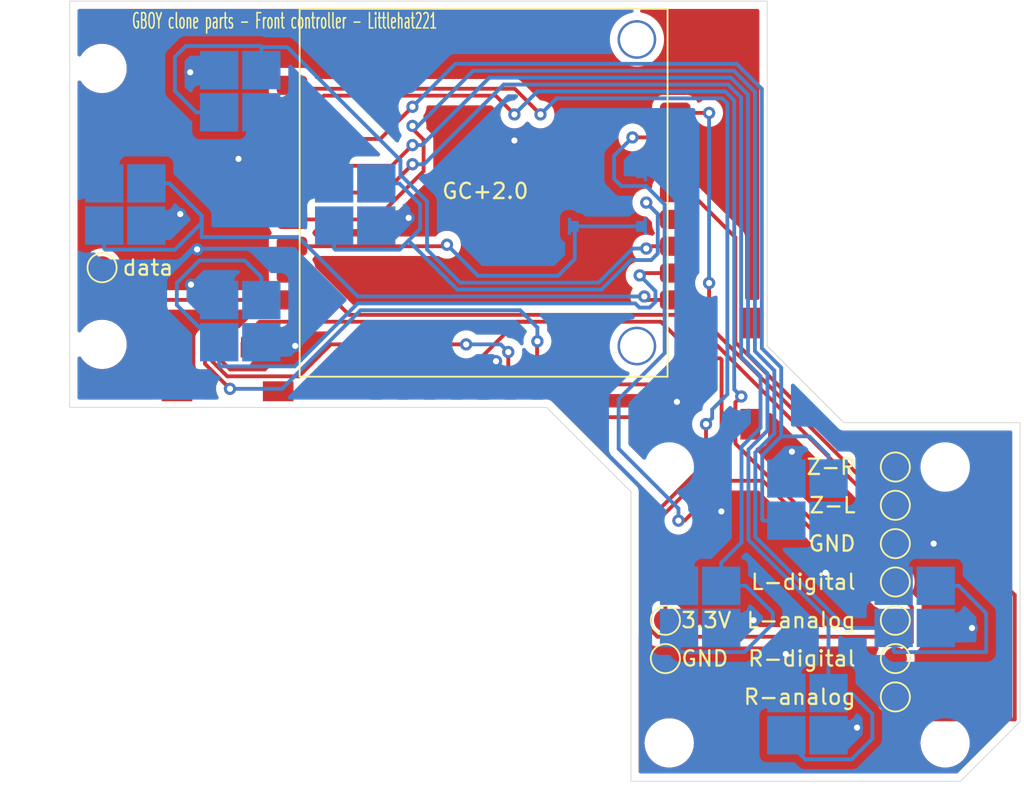
<source format=kicad_pcb>
(kicad_pcb (version 20211014) (generator pcbnew)
  (layers (0 "F.Cu" signal) (31 "B.Cu" signal) (34 "B.Paste" user) (35 "F.Paste" user) (36 "B.SilkS" user "B.Silkscreen") (37 "F.SilkS" user "F.Silkscreen") (38 "B.Mask" user) (39 "F.Mask" user) (44 "Edge.Cuts" user))
  (net 0 "")
  (net 1 "3.3v")
  (net 2 "Net-(J1-Pad4)")
  (net 3 "GND")
  (net 4 "Net-(J1-Pad1)")
  (net 5 "Net-(J2-Pad4)")
  (net 6 "Net-(J2-Pad1)")
  (net 7 "Net-(TP1-Pad1)")
  (net 8 "Net-(TP2-Pad1)")
  (net 9 "Net-(TP3-Pad1)")
  (net 10 "Net-(TP4-Pad1)")
  (net 11 "Net-(TP5-Pad1)")
  (net 12 "Net-(TP6-Pad1)")
  (net 13 "Net-(TP7-Pad1)")
  (net 14 "S")
  (net 15 "L")
  (net 16 "R")
  (net 17 "D")
  (net 18 "U")
  (net 19 "Y")
  (net 20 "X")
  (net 21 "B")
  (net 22 "A")
  (net 23 "Net-(U1-Pad6)")
  (net 24 "Net-(U1-Pad23)")
  (net 25 "Net-(U1-Pad22)")
  (net 26 "Net-(U1-Pad21)")
  (net 27 "Net-(J2-Pad3)")
  (net 28 "Net-(J1-Pad3)")
  (footprint "MountingHole:MountingHole_2.2mm_M2" (layer "F.Cu") (at 52.5 129.5 90)
    (fp_text reference "H1" hide)
    (fp_text value "MountingHole")
    (pad "" np_thru_hole circle locked (at 0 0 90) (size 2.2 2.2) (drill 2.2) (layers *.Cu *.Mask))
  )
  (footprint "MountingHole:MountingHole_2.2mm_M2" (layer "F.Cu") (at 52.5 147.5)
    (fp_text reference "H3" hide)
    (fp_text value "MountingHole")
    (pad "" np_thru_hole circle locked (at 0 0) (size 2.2 2.2) (drill 2.2) (layers *.Cu *.Mask))
  )
  (footprint "MountingHole:MountingHole_2.2mm_M2" (layer "F.Cu") (at 15.5 121.5)
    (fp_text reference "H6" hide)
    (fp_text value "MountingHole")
    (pad "" np_thru_hole circle locked (at 0 0) (size 2.2 2.2) (drill 2.2) (layers *.Cu *.Mask))
  )
  (footprint "4LAYER_FOOTPRINTS:5051100592" (layer "F.Cu") (at 54.59 127.71 90)
    (fp_text reference "J1" hide)
    (fp_text value "left_stick")
    (pad "1" smd rect locked (at 3.3 0.5 90) (size 0.3 1) (layers "F.Cu" "F.Paste" "F.Mask") (net 4 "Net-(J1-Pad1)"))
    (pad "2" smd rect locked (at 3.8 0.5 90) (size 0.3 1) (layers "F.Cu" "F.Paste" "F.Mask") (net 3 "GND"))
    (pad "3" smd rect locked (at 4.3 0.5 90) (size 0.3 1) (layers "F.Cu" "F.Paste" "F.Mask") (net 28 "Net-(J1-Pad3)"))
    (pad "4" smd rect locked (at 4.8 0.5 90) (size 0.3 1) (layers "F.Cu" "F.Paste" "F.Mask") (net 2 "Net-(J1-Pad4)"))
    (pad "5" smd rect locked (at 5.3 0.5 90) (size 0.3 1) (layers "F.Cu" "F.Paste" "F.Mask") (net 1 "3.3v"))
    (pad "6" smd rect locked (at 1 2.55 90) (size 2 1.3) (drill (offset 0 0.65)) (layers "F.Cu" "F.Paste" "F.Mask"))
    (pad "7" smd rect locked (at 7.6 2.55 90) (size 2 1.3) (drill (offset 0 0.65)) (layers "F.Cu" "F.Paste" "F.Mask"))
  )
  (footprint "4LAYER_FOOTPRINTS:5051100592" (layer "F.Cu") (at 19.39 121.36)
    (fp_text reference "J2" hide)
    (fp_text value "right_stick")
    (pad "1" smd rect locked (at 3.3 0.5) (size 0.3 1) (layers "F.Cu" "F.Paste" "F.Mask") (net 6 "Net-(J2-Pad1)"))
    (pad "2" smd rect locked (at 3.8 0.5) (size 0.3 1) (layers "F.Cu" "F.Paste" "F.Mask") (net 3 "GND"))
    (pad "3" smd rect locked (at 4.3 0.5) (size 0.3 1) (layers "F.Cu" "F.Paste" "F.Mask") (net 27 "Net-(J2-Pad3)"))
    (pad "4" smd rect locked (at 4.8 0.5) (size 0.3 1) (layers "F.Cu" "F.Paste" "F.Mask") (net 5 "Net-(J2-Pad4)"))
    (pad "5" smd rect locked (at 5.3 0.5) (size 0.3 1) (layers "F.Cu" "F.Paste" "F.Mask") (net 1 "3.3v"))
    (pad "6" smd rect locked (at 1 2.55) (size 2 1.3) (drill (offset 0 0.65)) (layers "F.Cu" "F.Paste" "F.Mask"))
    (pad "7" smd rect locked (at 7.6 2.55) (size 2 1.3) (drill (offset 0 0.65)) (layers "F.Cu" "F.Paste" "F.Mask"))
  )
  (footprint "TestPoint:TestPoint_Pad_D1.5mm" (layer "F.Cu") (at 15.5 116.5)
    (fp_text reference "TP1" hide)
    (fp_text value "data" (at 1.25 0) (layer "F.SilkS") (effects (justify left)))
    (fp_circle (center 0 0) (end 0 0.95) (layer "F.SilkS") (width 0.12) (fill none))
    (pad "1" smd circle locked (at 0 0) (size 1.5 1.5) (layers "F.Cu" "F.Mask") (net 7 "Net-(TP1-Pad1)"))
  )
  (footprint "TestPoint:TestPoint_Pad_D1.5mm" (layer "F.Cu") (at 67.25 144.5)
    (fp_text reference "TP2" hide)
    (fp_text value "R-analog" (at -2.5 0) (layer "F.SilkS") (effects (justify right)))
    (fp_circle (center 0 0) (end 0 0.95) (layer "F.SilkS") (width 0.12) (fill none))
    (pad "1" smd circle locked (at 0 0) (size 1.5 1.5) (layers "F.Cu" "F.Mask") (net 8 "Net-(TP2-Pad1)"))
  )
  (footprint "TestPoint:TestPoint_Pad_D1.5mm" (layer "F.Cu") (at 67.25 142)
    (fp_text reference "TP3" hide)
    (fp_text value "R-digital" (at -2.5 0) (layer "F.SilkS") (effects (justify right)))
    (fp_circle (center 0 0) (end 0 0.95) (layer "F.SilkS") (width 0.12) (fill none))
    (pad "1" smd circle locked (at 0 0) (size 1.5 1.5) (layers "F.Cu" "F.Mask") (net 9 "Net-(TP3-Pad1)"))
  )
  (footprint "TestPoint:TestPoint_Pad_D1.5mm" (layer "F.Cu") (at 67.25 137)
    (fp_text reference "TP5" hide)
    (fp_text value "L-digital" (at -2.5 0) (layer "F.SilkS") (effects (justify right)))
    (fp_circle (center 0 0) (end 0 0.95) (layer "F.SilkS") (width 0.12) (fill none))
    (pad "1" smd circle locked (at 0 0) (size 1.5 1.5) (layers "F.Cu" "F.Mask") (net 11 "Net-(TP5-Pad1)"))
  )
  (footprint "TestPoint:TestPoint_Pad_D1.5mm" (layer "F.Cu") (at 67.25 132)
    (fp_text reference "TP6" hide)
    (fp_text value "Z-L" (at -2.5 0) (layer "F.SilkS") (effects (justify right)))
    (fp_circle (center 0 0) (end 0 0.95) (layer "F.SilkS") (width 0.12) (fill none))
    (pad "1" smd circle locked (at 0 0) (size 1.5 1.5) (layers "F.Cu" "F.Mask") (net 12 "Net-(TP6-Pad1)"))
  )
  (footprint "TestPoint:TestPoint_Pad_D1.5mm" (layer "F.Cu") (at 67.25 134.5)
    (fp_text reference "TP8" hide)
    (fp_text value "GND" (at -2.5 0) (layer "F.SilkS") (effects (justify right)))
    (fp_circle (center 0 0) (end 0 0.95) (layer "F.SilkS") (width 0.12) (fill none))
    (pad "1" smd circle locked (at 0 0) (size 1.5 1.5) (layers "F.Cu" "F.Mask") (net 3 "GND"))
  )
  (footprint "MountingHole:MountingHole_2.2mm_M2" (layer "F.Cu") (at 70.5 129.5)
    (fp_text reference "H2" hide)
    (fp_text value "MountingHole")
    (pad "" np_thru_hole circle locked (at 0 0) (size 2.2 2.2) (drill 2.2) (layers *.Cu *.Mask))
  )
  (footprint "MountingHole:MountingHole_2.2mm_M2" (layer "F.Cu") (at 70.5 147.5)
    (fp_text reference "H4" hide)
    (fp_text value "MountingHole")
    (pad "" np_thru_hole circle locked (at 0 0) (size 2.2 2.2) (drill 2.2) (layers *.Cu *.Mask))
  )
  (footprint "4LAYER_FOOTPRINTS:GC+2.0 - GOBY" (layer "F.Cu") (at 52.39 99.61 180)
    (fp_text reference "U1" hide)
    (fp_text value "GC+2.0" (at 11.89 -11.89) (layer "F.SilkS"))
    (fp_line (start 0 -24) (end 0 0) (layer "F.SilkS") (width 0.12))
    (fp_line (start 0 0) (end 24 0) (layer "F.SilkS") (width 0.12))
    (fp_line (start 24 0) (end 24 -24) (layer "F.SilkS") (width 0.12))
    (fp_line (start 24 -24) (end 0 -24) (layer "F.SilkS") (width 0.12))
    (pad "" np_thru_hole circle locked (at 2 -2 180) (size 2.52 2.52) (drill 2.2) (layers *.Cu *.Mask))
    (pad "" np_thru_hole circle locked (at 2 -22 180) (size 2.52 2.52) (drill 2.2) (layers *.Cu *.Mask))
    (pad "1" smd roundrect locked (at -0.5 -18.99 180) (size 2 1.25) (layers "F.Cu" "F.Paste" "F.Mask") (net 22 "A"))
    (pad "2" smd roundrect locked (at -0.5 -17.24 180) (size 2 1.25) (layers "F.Cu" "F.Paste" "F.Mask") (net 21 "B"))
    (pad "3" smd roundrect locked (at -0.5 -15.49 180) (size 2 1.25) (layers "F.Cu" "F.Paste" "F.Mask") (net 20 "X"))
    (pad "4" smd roundrect locked (at -0.5 -13.74 180) (size 2 1.25) (layers "F.Cu" "F.Paste" "F.Mask") (net 19 "Y"))
    (pad "5" smd roundrect locked (at -0.5 -11.99 180) (size 2 1.25) (layers "F.Cu" "F.Paste" "F.Mask") (net 13 "Net-(TP7-Pad1)"))
    (pad "6" smd roundrect locked (at -0.5 -10.24 180) (size 2 1.25) (layers "F.Cu" "F.Paste" "F.Mask") (net 23 "Net-(U1-Pad6)"))
    (pad "7" smd roundrect locked (at -0.5 -8.49 180) (size 2 1.25) (layers "F.Cu" "F.Paste" "F.Mask") (net 9 "Net-(TP3-Pad1)"))
    (pad "8" smd roundrect locked (at -0.5 -6.74 180) (size 2 1.25) (layers "F.Cu" "F.Paste" "F.Mask") (net 8 "Net-(TP2-Pad1)"))
    (pad "9" smd roundrect locked (at -0.5 -4.99 180) (size 2 1.25) (layers "F.Cu" "F.Paste" "F.Mask") (net 3 "GND"))
    (pad "9" smd roundrect locked (at 12.01 -24.5 270) (size 2 1.25) (layers "F.Cu" "F.Paste" "F.Mask") (net 3 "GND"))
    (pad "10" smd roundrect locked (at 13.76 -24.5 270) (size 2 1.25) (layers "F.Cu" "F.Paste" "F.Mask") (net 1 "3.3v"))
    (pad "12" smd roundrect locked (at 24.5 -4.99 180) (size 2 1.25) (layers "F.Cu" "F.Paste" "F.Mask") (net 10 "Net-(TP4-Pad1)"))
    (pad "13" smd roundrect locked (at 24.5 -6.74 180) (size 2 1.25) (layers "F.Cu" "F.Paste" "F.Mask") (net 11 "Net-(TP5-Pad1)"))
    (pad "14" smd roundrect locked (at 24.5 -8.49 180) (size 2 1.25) (layers "F.Cu" "F.Paste" "F.Mask") (net 18 "U"))
    (pad "15" smd roundrect locked (at 24.5 -10.24 180) (size 2 1.25) (layers "F.Cu" "F.Paste" "F.Mask") (net 17 "D"))
    (pad "16" smd roundrect locked (at 24.5 -11.99 180) (size 2 1.25) (layers "F.Cu" "F.Paste" "F.Mask") (net 16 "R"))
    (pad "17" smd roundrect locked (at 24.5 -13.74 180) (size 2 1.25) (layers "F.Cu" "F.Paste" "F.Mask") (net 15 "L"))
    (pad "18" smd roundrect locked (at 24.5 -15.49 180) (size 2 1.25) (layers "F.Cu" "F.Paste" "F.Mask") (net 14 "S"))
    (pad "19" smd roundrect locked (at 24.5 -17.24 180) (size 2 1.25) (layers "F.Cu" "F.Paste" "F.Mask") (net 12 "Net-(TP6-Pad1)"))
    (pad "20" smd roundrect locked (at 24.5 -18.99 180) (size 2 1.25) (layers "F.Cu" "F.Paste" "F.Mask") (net 7 "Net-(TP1-Pad1)"))
    (pad "21" smd roundrect locked (at 19.01 -24.5 270) (size 2 1.25) (layers "F.Cu" "F.Paste" "F.Mask") (net 26 "Net-(U1-Pad21)"))
    (pad "22" smd roundrect locked (at 17.26 -24.5 270) (size 2 1.25) (layers "F.Cu" "F.Paste" "F.Mask") (net 25 "Net-(U1-Pad22)"))
    (pad "23" smd roundrect locked (at 15.51 -24.5 270) (size 2 1.25) (layers "F.Cu" "F.Paste" "F.Mask") (net 24 "Net-(U1-Pad23)"))
    (pad "24" smd roundrect locked (at 10.26 -24.5 270) (size 2 1.25) (layers "F.Cu" "F.Paste" "F.Mask") (net 6 "Net-(J2-Pad1)"))
    (pad "25" smd roundrect locked (at 8.51 -24.5 270) (size 2 1.25) (layers "F.Cu" "F.Paste" "F.Mask") (net 5 "Net-(J2-Pad4)"))
    (pad "26" smd roundrect locked (at 6.76 -24.5 270) (size 2 1.25) (layers "F.Cu" "F.Paste" "F.Mask") (net 4 "Net-(J1-Pad1)"))
    (pad "27" smd roundrect locked (at 5.01 -24.5 270) (size 2 1.25) (layers "F.Cu" "F.Paste" "F.Mask") (net 2 "Net-(J1-Pad4)"))
  )
  (footprint "TestPoint:TestPoint_Pad_D1.5mm" (layer "F.Cu") (at 67.25 129.5)
    (fp_text reference "TP7" hide)
    (fp_text value "Z-R" (at -2.5 0 180) (layer "F.SilkS") (effects (justify right)))
    (fp_circle (center 0 0) (end 0 0.95) (layer "F.SilkS") (width 0.12) (fill none))
    (pad "1" smd circle locked (at 0 0) (size 1.5 1.5) (layers "F.Cu" "F.Mask") (net 13 "Net-(TP7-Pad1)"))
  )
  (footprint "TestPoint:TestPoint_Pad_D1.5mm" (layer "F.Cu") (at 52.25 139.5)
    (fp_text reference "TP10" hide)
    (fp_text value "3.3V" (at 0.95 0) (layer "F.SilkS") (effects (justify left)))
    (fp_circle (center 0 0) (end 0 0.95) (layer "F.SilkS") (width 0.12) (fill none))
    (pad "1" smd circle locked (at 0 0) (size 1.5 1.5) (layers "F.Cu" "F.Mask") (net 1 "3.3v"))
  )
  (footprint "TestPoint:TestPoint_Pad_D1.5mm" (layer "F.Cu") (at 67.25 139.5)
    (fp_text reference "TP4" hide)
    (fp_text value "L-analog" (at -2.5 0) (layer "F.SilkS") (effects (justify right)))
    (fp_circle (center 0 0) (end 0 0.95) (layer "F.SilkS") (width 0.12) (fill none))
    (pad "1" smd circle locked (at 0 0) (size 1.5 1.5) (layers "F.Cu" "F.Mask") (net 10 "Net-(TP4-Pad1)"))
  )
  (footprint "TestPoint:TestPoint_Pad_D1.5mm" (layer "F.Cu") (at 52.25 142)
    (fp_text reference "TP9" hide)
    (fp_text value "GND" (at 0.95 0) (layer "F.SilkS") (effects (justify left)))
    (fp_circle (center 0 0) (end 0 0.95) (layer "F.SilkS") (width 0.12) (fill none))
    (pad "1" smd circle locked (at 0 0) (size 1.5 1.5) (layers "F.Cu" "F.Mask") (net 3 "GND"))
  )
  (footprint "MountingHole:MountingHole_2.2mm_M2" (layer "F.Cu") (at 15.5 103.5)
    (fp_text reference "H5" hide)
    (fp_text value "MountingHole")
    (pad "" np_thru_hole circle locked (at 0 0) (size 2.2 2.2) (drill 2.2) (layers *.Cu *.Mask))
  )
  (footprint "4LAYER_FOOTPRINTS:copper contact button" (layer "B.Cu") (at 65.89 136)
    (fp_text reference "U2" hide)
    (fp_text value "copper_pad_button")
    (pad "1" smd rect locked (at 1.25 4) (size 2.5 2.5) (layers "B.Cu" "B.Mask") (net 15 "L"))
    (pad "2" smd rect locked (at 4 4) (size 2.5 2.5) (layers "B.Cu" "B.Mask") (net 3 "GND"))
    (pad "3" smd rect locked (at 1.25 1.25) (size 2.5 2.5) (layers "B.Cu" "B.Mask") (net 3 "GND"))
    (pad "4" smd rect locked (at 4 1.25) (size 2.5 2.5) (layers "B.Cu" "B.Mask") (net 15 "L"))
  )
  (footprint "4LAYER_FOOTPRINTS:copper contact button" (layer "B.Cu") (at 58.89 129)
    (fp_text reference "U3" hide)
    (fp_text value "copper_pad_button")
    (pad "1" smd rect locked (at 1.25 4) (size 2.5 2.5) (layers "B.Cu" "B.Mask") (net 18 "U"))
    (pad "2" smd rect locked (at 4 4) (size 2.5 2.5) (layers "B.Cu" "B.Mask") (net 3 "GND"))
    (pad "3" smd rect locked (at 1.25 1.25) (size 2.5 2.5) (layers "B.Cu" "B.Mask") (net 3 "GND"))
    (pad "4" smd rect locked (at 4 1.25) (size 2.5 2.5) (layers "B.Cu" "B.Mask") (net 18 "U"))
  )
  (footprint "4LAYER_FOOTPRINTS:copper contact button" (layer "B.Cu") (at 58.89 143)
    (fp_text reference "U4" hide)
    (fp_text value "copper_pad_button")
    (pad "1" smd rect locked (at 1.25 4) (size 2.5 2.5) (layers "B.Cu" "B.Mask") (net 17 "D"))
    (pad "2" smd rect locked (at 4 4) (size 2.5 2.5) (layers "B.Cu" "B.Mask") (net 3 "GND"))
    (pad "3" smd rect locked (at 1.25 1.25) (size 2.5 2.5) (layers "B.Cu" "B.Mask") (net 3 "GND"))
    (pad "4" smd rect locked (at 4 1.25) (size 2.5 2.5) (layers "B.Cu" "B.Mask") (net 17 "D"))
  )
  (footprint "4LAYER_FOOTPRINTS:copper contact button" (layer "B.Cu") (at 51.89 136)
    (fp_text reference "U5" hide)
    (fp_text value "copper_pad_button")
    (pad "1" smd rect locked (at 1.25 4) (size 2.5 2.5) (layers "B.Cu" "B.Mask") (net 16 "R"))
    (pad "2" smd rect locked (at 4 4) (size 2.5 2.5) (layers "B.Cu" "B.Mask") (net 3 "GND"))
    (pad "3" smd rect locked (at 1.25 1.25) (size 2.5 2.5) (layers "B.Cu" "B.Mask") (net 3 "GND"))
    (pad "4" smd rect locked (at 4 1.25) (size 2.5 2.5) (layers "B.Cu" "B.Mask") (net 16 "R"))
  )
  (footprint "4LAYER_FOOTPRINTS:copper contact button" (layer "B.Cu") (at 29.39 109.749)
    (fp_text reference "U6" hide)
    (fp_text value "copper_pad_button")
    (pad "1" smd rect locked (at 1.25 4) (size 2.5 2.5) (layers "B.Cu" "B.Mask") (net 19 "Y"))
    (pad "2" smd rect locked (at 4 4) (size 2.5 2.5) (layers "B.Cu" "B.Mask") (net 3 "GND"))
    (pad "3" smd rect locked (at 1.25 1.25) (size 2.5 2.5) (layers "B.Cu" "B.Mask") (net 3 "GND"))
    (pad "4" smd rect locked (at 4 1.25) (size 2.5 2.5) (layers "B.Cu" "B.Mask") (net 19 "Y"))
  )
  (footprint "4LAYER_FOOTPRINTS:copper contact button" (layer "B.Cu") (at 21.89 102.36)
    (fp_text reference "U7" hide)
    (fp_text value "copper_pad_button")
    (pad "1" smd rect locked (at 1.25 4) (size 2.5 2.5) (layers "B.Cu" "B.Mask") (net 20 "X"))
    (pad "2" smd rect locked (at 4 4) (size 2.5 2.5) (layers "B.Cu" "B.Mask") (net 3 "GND"))
    (pad "3" smd rect locked (at 1.25 1.25) (size 2.5 2.5) (layers "B.Cu" "B.Mask") (net 3 "GND"))
    (pad "4" smd rect locked (at 4 1.25) (size 2.5 2.5) (layers "B.Cu" "B.Mask") (net 20 "X"))
  )
  (footprint "4LAYER_FOOTPRINTS:TL3315NF" (layer "B.Cu") (at 45.89 109.75)
    (fp_text reference "U10" hide)
    (fp_text value "TL3315NF")
    (pad "1" smd custom locked (at 0.45 4.05) (size 0.5 0.7) (layers "B.Cu" "B.Paste" "B.Mask") (net 14 "S") (options (clearance outline) (anchor rect)) (primitives (gr_poly (pts (xy -0.25 -0.55) (xy -0.45 -0.55) (xy -0.45 0.55) (xy -0.35 0.55) (xy -0.25 0.55)) (width 0.001) (fill yes))))
    (pad "2" smd custom locked (at 4.7 4.05 180) (size 0.5 0.7) (layers "B.Cu" "B.Paste" "B.Mask") (net 14 "S") (options (clearance outline) (anchor rect)) (primitives (gr_poly (pts (xy -0.25 -0.55) (xy -0.45 -0.55) (xy -0.45 0.55) (xy -0.35 0.55) (xy -0.25 0.55)) (width 0.001) (fill yes))))
    (pad "3" smd custom locked (at 0.45 0.55) (size 0.5 0.7) (layers "B.Cu" "B.Paste" "B.Mask") (net 3 "GND") (options (clearance outline) (anchor rect)) (primitives (gr_poly (pts (xy -0.25 -0.55) (xy -0.45 -0.55) (xy -0.45 0.55) (xy -0.35 0.55) (xy -0.25 0.55)) (width 0.001) (fill yes))))
    (pad "4" smd custom locked (at 4.7 0.55 180) (size 0.5 0.7) (layers "B.Cu" "B.Paste" "B.Mask") (net 3 "GND") (options (clearance outline) (anchor rect)) (primitives (gr_poly (pts (xy -0.25 -0.55) (xy -0.45 -0.55) (xy -0.45 0.55) (xy -0.35 0.55) (xy -0.25 0.55)) (width 0.001) (fill yes))))
  )
  (footprint "4LAYER_FOOTPRINTS:copper contact button" (layer "B.Cu") (at 14.39 109.749)
    (fp_text reference "U9" hide)
    (fp_text value "copper_pad_button")
    (pad "1" smd rect locked (at 1.25 4) (size 2.5 2.5) (layers "B.Cu" "B.Mask") (net 22 "A"))
    (pad "2" smd rect locked (at 4 4) (size 2.5 2.5) (layers "B.Cu" "B.Mask") (net 3 "GND"))
    (pad "3" smd rect locked (at 1.25 1.25) (size 2.5 2.5) (layers "B.Cu" "B.Mask") (net 3 "GND"))
    (pad "4" smd rect locked (at 4 1.25) (size 2.5 2.5) (layers "B.Cu" "B.Mask") (net 22 "A"))
  )
  (footprint "4LAYER_FOOTPRINTS:copper contact button" (layer "B.Cu") (at 21.89 117.36)
    (fp_text reference "U8" hide)
    (fp_text value "copper_pad_button")
    (pad "1" smd rect locked (at 1.25 4) (size 2.5 2.5) (layers "B.Cu" "B.Mask") (net 21 "B"))
    (pad "2" smd rect locked (at 4 4) (size 2.5 2.5) (layers "B.Cu" "B.Mask") (net 3 "GND"))
    (pad "3" smd rect locked (at 1.25 1.25) (size 2.5 2.5) (layers "B.Cu" "B.Mask") (net 3 "GND"))
    (pad "4" smd rect locked (at 4 1.25) (size 2.5 2.5) (layers "B.Cu" "B.Mask") (net 21 "B"))
  )
  (gr_line (start 50 131.11) (end 50 150) (layer "Edge.Cuts") (width 0.05))
  (gr_line (start 50 150) (end 71.5 150) (layer "Edge.Cuts") (width 0.05))
  (gr_line (start 13.39 125.61) (end 44.5 125.61) (layer "Edge.Cuts") (width 0.05))
  (gr_line (start 58.89 121.61) (end 58.89 99.11) (layer "Edge.Cuts") (width 0.05))
  (gr_line (start 75.39 126.61) (end 63.89 126.61) (layer "Edge.Cuts") (width 0.05))
  (gr_line (start 44.5 125.61) (end 50 131.11) (layer "Edge.Cuts") (width 0.05))
  (gr_line (start 63.89 126.61) (end 58.89 121.61) (layer "Edge.Cuts") (width 0.05))
  (gr_line (start 71.5 150) (end 75.39 146.11) (layer "Edge.Cuts") (width 0.05))
  (gr_line (start 58.89 99.11) (end 13.39 99.11) (layer "Edge.Cuts") (width 0.05))
  (gr_line (start 13.39 99.11) (end 13.39 125.61) (layer "Edge.Cuts") (width 0.05))
  (gr_line (start 75.39 146.11) (end 75.39 126.61) (layer "Edge.Cuts") (width 0.05))
  (gr_text "GBOY clone parts - Front controller - Littlehat221" (at 17.4 100.4) (layer "F.SilkS") (effects (font (size 1 0.5) (thickness 0.1)) (justify left)))
  (segment (start 52.25 139.5) (end 52.25 138.43934) (width 0.25) (layer "F.Cu") (net 1))
  (segment (start 24.69 121.11) (end 25.775001 120.024999) (width 0.25) (layer "F.Cu") (net 1))
  (segment (start 51.625009 137.525009) (end 51.625009 133.120403) (width 0.25) (layer "F.Cu") (net 1))
  (segment (start 42.563425 120.024999) (end 38.63 123.958424) (width 0.25) (layer "F.Cu") (net 1))
  (segment (start 43.475001 120.024999) (end 42.563425 120.024999) (width 0.25) (layer "F.Cu") (net 1))
  (segment (start 51.71066 137.61066) (end 51.625009 137.525009) (width 0.25) (layer "F.Cu") (net 1))
  (segment (start 24.69 121.86) (end 24.69 121.11) (width 0.25) (layer "F.Cu") (net 1))
  (segment (start 54.34 122.41) (end 51.954999 120.024999) (width 0.25) (layer "F.Cu") (net 1))
  (segment (start 55.825002 122.41) (end 55.09 122.41) (width 0.25) (layer "F.Cu") (net 1))
  (segment (start 38.63 123.958424) (end 38.63 124.11) (width 0.25) (layer "F.Cu") (net 1))
  (segment (start 51.625009 133.120403) (end 55.915001 128.830411) (width 0.25) (layer "F.Cu") (net 1))
  (segment (start 55.09 122.41) (end 54.34 122.41) (width 0.25) (layer "F.Cu") (net 1))
  (segment (start 55.915001 128.830411) (end 55.915001 122.499999) (width 0.25) (layer "F.Cu") (net 1))
  (segment (start 51.954999 120.024999) (end 43.475001 120.024999) (width 0.25) (layer "F.Cu") (net 1))
  (segment (start 51.71066 137.9) (end 51.71066 137.61066) (width 0.25) (layer "F.Cu") (net 1))
  (segment (start 52.25 138.43934) (end 51.71066 137.9) (width 0.25) (layer "F.Cu") (net 1))
  (segment (start 55.915001 122.499999) (end 55.825002 122.41) (width 0.25) (layer "F.Cu") (net 1))
  (segment (start 25.775001 120.024999) (end 43.475001 120.024999) (width 0.25) (layer "F.Cu") (net 1))
  (segment (start 55.09 122.91) (end 54.354998 122.91) (width 0.25) (layer "F.Cu") (net 2))
  (segment (start 54.354998 122.91) (end 53.154998 124.11) (width 0.25) (layer "F.Cu") (net 2))
  (segment (start 53.154998 124.11) (end 47.38 124.11) (width 0.25) (layer "F.Cu") (net 2))
  (segment (start 23.851399 123.134989) (end 23.19 122.47359) (width 0.25) (layer "F.Cu") (net 3))
  (segment (start 23.19 122.47359) (end 23.19 121.86) (width 0.25) (layer "F.Cu") (net 3))
  (segment (start 67.25 134.5) (end 69.75 134.5) (width 0.25) (layer "F.Cu") (net 3))
  (segment (start 23.851399 123.134989) (end 26.115011 123.134989) (width 0.25) (layer "F.Cu") (net 3))
  (segment (start 54.34 123.91) (end 53 125.25) (width 0.25) (layer "F.Cu") (net 3))
  (segment (start 27.95 121.75) (end 28.1 121.6) (width 0.25) (layer "F.Cu") (net 3))
  (segment (start 55.09 123.91) (end 54.34 123.91) (width 0.25) (layer "F.Cu") (net 3))
  (segment (start 27.5 121.75) (end 27.95 121.75) (width 0.25) (layer "F.Cu") (net 3))
  (segment (start 27.5 121.75) (end 26.115011 123.134989) (width 0.25) (layer "F.Cu") (net 3))
  (via (at 62.7 136.4) (size 0.8) (drill 0.4) (layers "F.Cu" "B.Cu") (net 3))
  (via (at 60.1 141.7) (size 0.8) (drill 0.4) (layers "F.Cu" "B.Cu") (net 3))
  (via (at 20.6 113) (size 0.8) (drill 0.4) (layers "F.Cu" "B.Cu") (net 3))
  (via (at 72.25 140) (size 0.8) (drill 0.4) (layers "F.Cu" "B.Cu") (net 3))
  (via (at 21.7 115.3) (size 0.8) (drill 0.4) (layers "F.Cu" "B.Cu") (net 3))
  (via (at 53 125.25) (size 0.8) (drill 0.4) (layers "F.Cu" "B.Cu") (net 3))
  (via (at 41.2 122.6) (size 0.8) (drill 0.4) (layers "F.Cu" "B.Cu") (net 3))
  (via (at 42.4 108.2) (size 0.8) (drill 0.4) (layers "F.Cu" "B.Cu") (net 3))
  (via (at 24.4 109.4) (size 0.8) (drill 0.4) (layers "F.Cu" "B.Cu") (net 3))
  (via (at 60.5 128.5) (size 0.8) (drill 0.4) (layers "F.Cu" "B.Cu") (net 3))
  (via (at 35.5 113.25) (size 0.8) (drill 0.4) (layers "F.Cu" "B.Cu") (net 3))
  (via (at 28.1 121.6) (size 0.8) (drill 0.4) (layers "F.Cu" "B.Cu") (net 3))
  (via (at 21.3 117.6) (size 0.8) (drill 0.4) (layers "F.Cu" "B.Cu") (net 3))
  (via (at 64.75 146.5) (size 0.8) (drill 0.4) (layers "F.Cu" "B.Cu") (net 3))
  (via (at 55.9 132.4) (size 0.8) (drill 0.4) (layers "F.Cu" "B.Cu") (net 3))
  (via (at 69.75 134.5) (size 0.8) (drill 0.4) (layers "F.Cu" "B.Cu") (net 3))
  (via (at 58 139.5) (size 0.8) (drill 0.4) (layers "F.Cu" "B.Cu") (net 3))
  (via (at 21.25 103.75) (size 0.8) (drill 0.4) (layers "F.Cu" "B.Cu") (net 3))
  (segment (start 55.9 129.9) (end 55.9 132.4) (width 0.25) (layer "B.Cu") (net 3))
  (segment (start 53 125.25) (end 53 127) (width 0.25) (layer "B.Cu") (net 3))
  (segment (start 53 127) (end 55.9 129.9) (width 0.25) (layer "B.Cu") (net 3))
  (segment (start 45.63 125.11) (end 45.63 124.11) (width 0.25) (layer "F.Cu") (net 4))
  (segment (start 55.09 124.41) (end 55.09 124.66) (width 0.25) (layer "F.Cu") (net 4))
  (segment (start 46.77 126.25) (end 45.63 125.11) (width 0.25) (layer "F.Cu") (net 4))
  (segment (start 55.09 124.66) (end 53.5 126.25) (width 0.25) (layer "F.Cu") (net 4))
  (segment (start 53.5 126.25) (end 46.77 126.25) (width 0.25) (layer "F.Cu") (net 4))
  (segment (start 24.19 121.86) (end 24.19 121.124998) (width 0.25) (layer "F.Cu") (net 5))
  (segment (start 24.100001 121.034999) (end 22.279999 121.034999) (width 0.25) (layer "F.Cu") (net 5))
  (segment (start 43.88 124.11) (end 43.88 121.32) (width 0.25) (layer "F.Cu") (net 5))
  (segment (start 22.214999 121.099999) (end 22.214999 122.771409) (width 0.25) (layer "F.Cu") (net 5))
  (segment (start 24.19 121.124998) (end 24.100001 121.034999) (width 0.25) (layer "F.Cu") (net 5))
  (segment (start 43.88 121.32) (end 43.9 121.3) (width 0.25) (layer "F.Cu") (net 5))
  (segment (start 22.279999 121.034999) (end 22.214999 121.099999) (width 0.25) (layer "F.Cu") (net 5))
  (segment (start 22.214999 122.771409) (end 23.84359 124.4) (width 0.25) (layer "F.Cu") (net 5))
  (via (at 43.9 121.3) (size 0.8) (drill 0.4) (layers "F.Cu" "B.Cu") (net 5))
  (via (at 23.84359 124.4) (size 0.8) (drill 0.4) (layers "F.Cu" "B.Cu") (net 5))
  (segment (start 43.9 120.4) (end 43.9 121.3) (width 0.25) (layer "B.Cu") (net 5))
  (segment (start 32.36139 119.27502) (end 42.77502 119.27502) (width 0.25) (layer "B.Cu") (net 5))
  (segment (start 42.77502 119.27502) (end 43.9 120.4) (width 0.25) (layer "B.Cu") (net 5))
  (segment (start 27.23641 124.4) (end 32.36139 119.27502) (width 0.25) (layer "B.Cu") (net 5))
  (segment (start 23.84359 124.4) (end 27.23641 124.4) (width 0.25) (layer "B.Cu") (net 5))
  (segment (start 22.69 121.86) (end 22.69 122.61) (width 0.25) (layer "F.Cu") (net 6))
  (segment (start 28.334999 123.584999) (end 30.419998 121.5) (width 0.25) (layer "F.Cu") (net 6))
  (segment (start 42 123.98) (end 42.13 124.11) (width 0.25) (layer "F.Cu") (net 6))
  (segment (start 42 122) (end 42 123.98) (width 0.25) (layer "F.Cu") (net 6))
  (segment (start 23.664999 123.584999) (end 28.334999 123.584999) (width 0.25) (layer "F.Cu") (net 6))
  (segment (start 22.69 122.61) (end 23.664999 123.584999) (width 0.25) (layer "F.Cu") (net 6))
  (segment (start 30.419998 121.5) (end 39.25 121.5) (width 0.25) (layer "F.Cu") (net 6))
  (via (at 39.25 121.5) (size 0.8) (drill 0.4) (layers "F.Cu" "B.Cu") (net 6))
  (via (at 42 122) (size 0.8) (drill 0.4) (layers "F.Cu" "B.Cu") (net 6))
  (segment (start 41.5 121.5) (end 42 122) (width 0.25) (layer "B.Cu") (net 6))
  (segment (start 39.25 121.5) (end 41.5 121.5) (width 0.25) (layer "B.Cu") (net 6))
  (segment (start 27.89 118.6) (end 17.6 118.6) (width 0.25) (layer "F.Cu") (net 7))
  (segment (start 17.6 118.6) (end 15.5 116.5) (width 0.25) (layer "F.Cu") (net 7))
  (segment (start 52.94 106.4) (end 52.89 106.35) (width 0.25) (layer "F.Cu") (net 8))
  (segment (start 67.766001 130.575001) (end 65.383589 130.575001) (width 0.25) (layer "F.Cu") (net 8))
  (segment (start 75.03999 145.965022) (end 75.03999 137.84899) (width 0.25) (layer "F.Cu") (net 8))
  (segment (start 55.1 106.4) (end 52.94 106.4) (width 0.25) (layer "F.Cu") (net 8))
  (segment (start 55.1 120.291412) (end 55.1 117.5) (width 0.25) (layer "F.Cu") (net 8))
  (segment (start 75.03999 137.84899) (end 67.766001 130.575001) (width 0.25) (layer "F.Cu") (net 8))
  (segment (start 67.25 144.5) (end 68.715022 145.965022) (width 0.25) (layer "F.Cu") (net 8))
  (segment (start 65.383589 130.575001) (end 55.1 120.291412) (width 0.25) (layer "F.Cu") (net 8))
  (segment (start 68.715022 145.965022) (end 75.03999 145.965022) (width 0.25) (layer "F.Cu") (net 8))
  (via (at 55.1 106.4) (size 0.8) (drill 0.4) (layers "F.Cu" "B.Cu") (net 8))
  (via (at 55.1 117.5) (size 0.8) (drill 0.4) (layers "F.Cu" "B.Cu") (net 8))
  (segment (start 55.1 117.5) (end 55.1 106.4) (width 0.25) (layer "B.Cu") (net 8))
  (segment (start 67.25 142) (end 68.325001 140.924999) (width 0.25) (layer "F.Cu") (net 9))
  (segment (start 53.1 133) (end 53.5 133) (width 0.25) (layer "F.Cu") (net 9))
  (segment (start 68.325001 140.924999) (end 68.325001 138.634001) (width 0.25) (layer "F.Cu") (net 9))
  (segment (start 52.79 108) (end 52.89 108.1) (width 0.25) (layer "F.Cu") (net 9))
  (segment (start 67.766001 138.075001) (end 66.283589 138.075001) (width 0.25) (layer "F.Cu") (net 9))
  (segment (start 58.608588 130.4) (end 56.1 130.4) (width 0.25) (layer "F.Cu") (net 9))
  (segment (start 66.283589 138.075001) (end 58.608588 130.4) (width 0.25) (layer "F.Cu") (net 9))
  (segment (start 50.1 108) (end 52.79 108) (width 0.25) (layer "F.Cu") (net 9))
  (segment (start 53.5 133) (end 56.1 130.4) (width 0.25) (layer "F.Cu") (net 9))
  (segment (start 68.325001 138.634001) (end 67.766001 138.075001) (width 0.25) (layer "F.Cu") (net 9))
  (via (at 50.1 108) (size 0.8) (drill 0.4) (layers "F.Cu" "B.Cu") (net 9))
  (via (at 53.1 133) (size 0.8) (drill 0.4) (layers "F.Cu" "B.Cu") (net 9))
  (segment (start 49.2 128.309002) (end 49.2 125.07) (width 0.25) (layer "B.Cu") (net 9))
  (segment (start 52.20001 112.377008) (end 50.998512 111.17551) (width 0.25) (layer "B.Cu") (net 9))
  (segment (start 48.9 109.2) (end 50.1 108) (width 0.25) (layer "B.Cu") (net 9))
  (segment (start 53.1 132.209002) (end 49.2 128.309002) (width 0.25) (layer "B.Cu") (net 9))
  (segment (start 52.20001 122.06999) (end 52.20001 112.377008) (width 0.25) (layer "B.Cu") (net 9))
  (segment (start 53.1 133) (end 53.1 132.209002) (width 0.25) (layer "B.Cu") (net 9))
  (segment (start 48.9 110.7) (end 48.9 109.2) (width 0.25) (layer "B.Cu") (net 9))
  (segment (start 49.37551 111.17551) (end 48.9 110.7) (width 0.25) (layer "B.Cu") (net 9))
  (segment (start 49.2 125.07) (end 52.20001 122.06999) (width 0.25) (layer "B.Cu") (net 9))
  (segment (start 50.998512 111.17551) (end 49.37551 111.17551) (width 0.25) (layer "B.Cu") (net 9))
  (segment (start 28.114989 104.824989) (end 27.89 104.6) (width 0.25) (layer "F.Cu") (net 10))
  (segment (start 42.424989 104.824989) (end 28.114989 104.824989) (width 0.25) (layer "F.Cu") (net 10))
  (segment (start 51.733999 140.575001) (end 51.174999 140.016001) (width 0.25) (layer "F.Cu") (net 10))
  (segment (start 51.174999 140.016001) (end 51.174999 132.934003) (width 0.25) (layer "F.Cu") (net 10))
  (segment (start 54.9 127.8) (end 54.9 126.7) (width 0.25) (layer "F.Cu") (net 10))
  (segment (start 44.1 106.5) (end 42.424989 104.824989) (width 0.25) (layer "F.Cu") (net 10))
  (segment (start 54.3 128.4) (end 54.9 127.8) (width 0.25) (layer "F.Cu") (net 10))
  (segment (start 51.174999 132.934003) (end 54.3 129.809002) (width 0.25) (layer "F.Cu") (net 10))
  (segment (start 66.174999 140.575001) (end 51.733999 140.575001) (width 0.25) (layer "F.Cu") (net 10))
  (segment (start 67.25 139.5) (end 66.174999 140.575001) (width 0.25) (layer "F.Cu") (net 10))
  (segment (start 54.3 129.809002) (end 54.3 128.4) (width 0.25) (layer "F.Cu") (net 10))
  (via (at 54.9 126.7) (size 0.8) (drill 0.4) (layers "F.Cu" "B.Cu") (net 10))
  (via (at 44.1 106.5) (size 0.8) (drill 0.4) (layers "F.Cu" "B.Cu") (net 10))
  (segment (start 55.95005 105.45005) (end 56.28994 105.78994) (width 0.25) (layer "B.Cu") (net 10))
  (segment (start 55.3 125.74497) (end 55.3 126.3) (width 0.25) (layer "B.Cu") (net 10))
  (segment (start 44.1 106.5) (end 45.14995 105.45005) (width 0.25) (layer "B.Cu") (net 10))
  (segment (start 56.28994 124.75503) (end 55.3 125.74497) (width 0.25) (layer "B.Cu") (net 10))
  (segment (start 55.3 126.3) (end 54.9 126.7) (width 0.25) (layer "B.Cu") (net 10))
  (segment (start 56.28994 105.78994) (end 56.28994 124.75503) (width 0.25) (layer "B.Cu") (net 10))
  (segment (start 45.14995 105.45005) (end 55.95005 105.45005) (width 0.25) (layer "B.Cu") (net 10))
  (segment (start 65.844998 137) (end 56.814999 127.970001) (width 0.25) (layer "F.Cu") (net 11))
  (segment (start 67.25 137) (end 65.844998 137) (width 0.25) (layer "F.Cu") (net 11))
  (segment (start 28.89 106.35) (end 27.89 106.35) (width 0.25) (layer "F.Cu") (net 11))
  (segment (start 56.814999 127.970001) (end 56.814999 125.285001) (width 0.25) (layer "F.Cu") (net 11))
  (segment (start 42.4 106.5) (end 41.174999 105.274999) (width 0.25) (layer "F.Cu") (net 11))
  (segment (start 41.174999 105.274999) (end 29.965001 105.274999) (width 0.25) (layer "F.Cu") (net 11))
  (segment (start 56.814999 125.285001) (end 57.2 124.9) (width 0.25) (layer "F.Cu") (net 11))
  (segment (start 29.965001 105.274999) (end 28.89 106.35) (width 0.25) (layer "F.Cu") (net 11))
  (via (at 42.4 106.5) (size 0.8) (drill 0.4) (layers "F.Cu" "B.Cu") (net 11))
  (via (at 57.2 124.9) (size 0.8) (drill 0.4) (layers "F.Cu" "B.Cu") (net 11))
  (segment (start 56.73995 105.58559) (end 56.1544 105.00004) (width 0.25) (layer "B.Cu") (net 11))
  (segment (start 57.2 124.9) (end 56.73995 124.43995) (width 0.25) (layer "B.Cu") (net 11))
  (segment (start 43.89996 105.00004) (end 42.4 106.5) (width 0.25) (layer "B.Cu") (net 11))
  (segment (start 56.73995 124.43995) (end 56.73995 105.58559) (width 0.25) (layer "B.Cu") (net 11))
  (segment (start 56.1544 105.00004) (end 43.89996 105.00004) (width 0.25) (layer "B.Cu") (net 11))
  (segment (start 53.626402 119.57499) (end 31.61499 119.57499) (width 0.25) (layer "F.Cu") (net 12))
  (segment (start 28.89 116.85) (end 27.89 116.85) (width 0.25) (layer "F.Cu") (net 12))
  (segment (start 66.051412 132) (end 53.626402 119.57499) (width 0.25) (layer "F.Cu") (net 12))
  (segment (start 31.61499 119.57499) (end 28.89 116.85) (width 0.25) (layer "F.Cu") (net 12))
  (segment (start 67.25 132) (end 66.051412 132) (width 0.25) (layer "F.Cu") (net 12))
  (segment (start 53.89 111.6) (end 52.89 111.6) (width 0.25) (layer "F.Cu") (net 13))
  (segment (start 63.219997 127.774999) (end 56.814999 121.370001) (width 0.25) (layer "F.Cu") (net 13))
  (segment (start 56.814999 114.524999) (end 53.89 111.6) (width 0.25) (layer "F.Cu") (net 13))
  (segment (start 65.524999 127.774999) (end 63.219997 127.774999) (width 0.25) (layer "F.Cu") (net 13))
  (segment (start 67.25 129.5) (end 65.524999 127.774999) (width 0.25) (layer "F.Cu") (net 13))
  (segment (start 56.814999 121.370001) (end 56.814999 114.524999) (width 0.25) (layer "F.Cu") (net 13))
  (segment (start 27.89 115.1) (end 37.9 115.1) (width 0.25) (layer "F.Cu") (net 14))
  (segment (start 37.9 115.1) (end 38 115) (width 0.25) (layer "F.Cu") (net 14))
  (via (at 38 115) (size 0.8) (drill 0.4) (layers "F.Cu" "B.Cu") (net 14))
  (segment (start 46.34 113.8) (end 46.34 115.93497) (width 0.25) (layer "B.Cu") (net 14))
  (segment (start 46.34 113.8) (end 50.59 113.8) (width 0.25) (layer "B.Cu") (net 14))
  (segment (start 40.02497 117.02497) (end 38 115) (width 0.25) (layer "B.Cu") (net 14))
  (segment (start 45.25 117.02497) (end 40.02497 117.02497) (width 0.25) (layer "B.Cu") (net 14))
  (segment (start 46.34 115.93497) (end 45.25 117.02497) (width 0.25) (layer "B.Cu") (net 14))
  (segment (start 36.475001 108.151999) (end 36.475001 110.201997) (width 0.25) (layer "F.Cu") (net 15))
  (segment (start 35.75 107.426998) (end 36.475001 108.151999) (width 0.25) (layer "F.Cu") (net 15))
  (segment (start 35.75 107.25) (end 35.75 107.426998) (width 0.25) (layer "F.Cu") (net 15))
  (segment (start 36.475001 110.201997) (end 33.326998 113.35) (width 0.25) (layer "F.Cu") (net 15))
  (segment (start 33.326998 113.35) (end 27.89 113.35) (width 0.25) (layer "F.Cu") (net 15))
  (via (at 35.75 107.25) (size 0.8) (drill 0.4) (layers "F.Cu" "B.Cu") (net 15))
  (segment (start 67.215001 141.575001) (end 73.174999 141.575001) (width 0.25) (layer "B.Cu") (net 15))
  (segment (start 36.11359 107.25) (end 35.75 107.25) (width 0.25) (layer "B.Cu") (net 15))
  (segment (start 59.354988 123.206386) (end 58.08998 121.941378) (width 0.25) (layer "B.Cu") (net 15))
  (segment (start 56.7136 103.65001) (end 39.71358 103.65001) (width 0.25) (layer "B.Cu") (net 15))
  (segment (start 71.39 137.25) (end 69.89 137.25) (width 0.25) (layer "B.Cu") (net 15))
  (segment (start 58.114989 128.553599) (end 59.354988 127.3136) (width 0.25) (layer "B.Cu") (net 15))
  (segment (start 59.354988 127.3136) (end 59.354988 123.206386) (width 0.25) (layer "B.Cu") (net 15))
  (segment (start 58.08998 121.941378) (end 58.08998 105.02639) (width 0.25) (layer "B.Cu") (net 15))
  (segment (start 73.174999 141.575001) (end 73.174999 139.034999) (width 0.25) (layer "B.Cu") (net 15))
  (segment (start 67.14 140) (end 67.14 141.5) (width 0.25) (layer "B.Cu") (net 15))
  (segment (start 58.08998 105.02639) (end 56.7136 103.65001) (width 0.25) (layer "B.Cu") (net 15))
  (segment (start 67.14 141.5) (end 67.215001 141.575001) (width 0.25) (layer "B.Cu") (net 15))
  (segment (start 64.054998 140) (end 58.114989 134.059991) (width 0.25) (layer "B.Cu") (net 15))
  (segment (start 58.114989 134.059991) (end 58.114989 128.553599) (width 0.25) (layer "B.Cu") (net 15))
  (segment (start 73.174999 139.034999) (end 71.39 137.25) (width 0.25) (layer "B.Cu") (net 15))
  (segment (start 39.71358 103.65001) (end 36.11359 107.25) (width 0.25) (layer "B.Cu") (net 15))
  (segment (start 67.14 140) (end 64.054998 140) (width 0.25) (layer "B.Cu") (net 15))
  (segment (start 35.75 109.75) (end 33.9 111.6) (width 0.25) (layer "F.Cu") (net 16))
  (segment (start 33.9 111.6) (end 27.89 111.6) (width 0.25) (layer "F.Cu") (net 16))
  (via (at 35.75 109.75) (size 0.8) (drill 0.4) (layers "F.Cu" "B.Cu") (net 16))
  (segment (start 57.214971 128.180797) (end 58.454968 126.9408) (width 0.25) (layer "B.Cu") (net 16))
  (segment (start 57.5 137.25) (end 59.25 139) (width 0.25) (layer "B.Cu") (net 16))
  (segment (start 41.69997 104.55003) (end 36.5 109.75) (width 0.25) (layer "B.Cu") (net 16))
  (segment (start 36.5 109.75) (end 35.75 109.75) (width 0.25) (layer "B.Cu") (net 16))
  (segment (start 57.400001 141.575001) (end 53.215001 141.575001) (width 0.25) (layer "B.Cu") (net 16))
  (segment (start 53.215001 141.575001) (end 53.14 141.5) (width 0.25) (layer "B.Cu") (net 16))
  (segment (start 55.89 137.25) (end 55.89 135.75) (width 0.25) (layer "B.Cu") (net 16))
  (segment (start 59.25 139) (end 59.25 139.725002) (width 0.25) (layer "B.Cu") (net 16))
  (segment (start 56.3408 104.55003) (end 41.69997 104.55003) (width 0.25) (layer "B.Cu") (net 16))
  (segment (start 57.21497 134.42503) (end 57.214971 128.180797) (width 0.25) (layer "B.Cu") (net 16))
  (segment (start 59.25 139.725002) (end 57.400001 141.575001) (width 0.25) (layer "B.Cu") (net 16))
  (segment (start 57.18996 122.314178) (end 57.18996 105.39919) (width 0.25) (layer "B.Cu") (net 16))
  (segment (start 57.18996 105.39919) (end 56.3408 104.55003) (width 0.25) (layer "B.Cu") (net 16))
  (segment (start 58.454968 123.579186) (end 57.18996 122.314178) (width 0.25) (layer "B.Cu") (net 16))
  (segment (start 55.89 135.75) (end 57.21497 134.42503) (width 0.25) (layer "B.Cu") (net 16))
  (segment (start 55.89 137.25) (end 57.5 137.25) (width 0.25) (layer "B.Cu") (net 16))
  (segment (start 58.454968 126.9408) (end 58.454968 123.579186) (width 0.25) (layer "B.Cu") (net 16))
  (segment (start 53.14 141.5) (end 53.14 140) (width 0.25) (layer "B.Cu") (net 16))
  (segment (start 35.75 108.5) (end 34.4 109.85) (width 0.25) (layer "F.Cu") (net 17))
  (segment (start 34.4 109.85) (end 27.89 109.85) (width 0.25) (layer "F.Cu") (net 17))
  (via (at 35.75 108.5) (size 0.8) (drill 0.4) (layers "F.Cu" "B.Cu") (net 17))
  (segment (start 65.75 145.61) (end 65.75 147.225002) (width 0.25) (layer "B.Cu") (net 17))
  (segment (start 36.36359 108.5) (end 35.75 108.5) (width 0.25) (layer "B.Cu") (net 17))
  (segment (start 57.63997 105.21279) (end 56.5272 104.10002) (width 0.25) (layer "B.Cu") (net 17))
  (segment (start 65.75 147.225002) (end 64.400001 148.575001) (width 0.25) (layer "B.Cu") (net 17))
  (segment (start 62.89 139.471412) (end 57.664979 134.246391) (width 0.25) (layer "B.Cu") (net 17))
  (segment (start 56.5272 104.10002) (end 40.76357 104.10002) (width 0.25) (layer "B.Cu") (net 17))
  (segment (start 60.14 147.335002) (end 60.14 147) (width 0.25) (layer "B.Cu") (net 17))
  (segment (start 57.63997 122.127778) (end 57.63997 105.21279) (width 0.25) (layer "B.Cu") (net 17))
  (segment (start 40.76357 104.10002) (end 36.36359 108.5) (width 0.25) (layer "B.Cu") (net 17))
  (segment (start 64.39 144.25) (end 65.75 145.61) (width 0.25) (layer "B.Cu") (net 17))
  (segment (start 62.89 144.25) (end 62.89 139.471412) (width 0.25) (layer "B.Cu") (net 17))
  (segment (start 58.904978 123.392786) (end 57.63997 122.127778) (width 0.25) (layer "B.Cu") (net 17))
  (segment (start 58.904978 127.1272) (end 58.904978 123.392786) (width 0.25) (layer "B.Cu") (net 17))
  (segment (start 64.400001 148.575001) (end 61.379999 148.575001) (width 0.25) (layer "B.Cu") (net 17))
  (segment (start 57.664979 134.246391) (end 57.66498 128.367198) (width 0.25) (layer "B.Cu") (net 17))
  (segment (start 61.379999 148.575001) (end 60.14 147.335002) (width 0.25) (layer "B.Cu") (net 17))
  (segment (start 57.66498 128.367198) (end 58.904978 127.1272) (width 0.25) (layer "B.Cu") (net 17))
  (segment (start 62.89 144.25) (end 64.39 144.25) (width 0.25) (layer "B.Cu") (net 17))
  (segment (start 27.89 108.1) (end 33.65 108.1) (width 0.25) (layer "F.Cu") (net 18))
  (segment (start 33.65 108.1) (end 35.75 106) (width 0.25) (layer "F.Cu") (net 18))
  (via (at 35.75 106) (size 0.8) (drill 0.4) (layers "F.Cu" "B.Cu") (net 18))
  (segment (start 58.64 133) (end 60.14 133) (width 0.25) (layer "B.Cu") (net 18))
  (segment (start 58.53999 104.83999) (end 56.9 103.2) (width 0.25) (layer "B.Cu") (net 18))
  (segment (start 62.89 128.75) (end 61.64 127.5) (width 0.25) (layer "B.Cu") (net 18))
  (segment (start 62.89 130.25) (end 62.89 128.75) (width 0.25) (layer "B.Cu") (net 18))
  (segment (start 61.64 127.5) (end 59.804998 127.5) (width 0.25) (layer "B.Cu") (net 18))
  (segment (start 58.564999 132.924999) (end 58.64 133) (width 0.25) (layer "B.Cu") (net 18))
  (segment (start 58.564999 128.739999) (end 58.564999 132.924999) (width 0.25) (layer "B.Cu") (net 18))
  (segment (start 38.55 103.2) (end 35.75 106) (width 0.25) (layer "B.Cu") (net 18))
  (segment (start 59.804998 127.5) (end 58.564999 128.739999) (width 0.25) (layer "B.Cu") (net 18))
  (segment (start 59.804998 123.019986) (end 58.53999 121.754978) (width 0.25) (layer "B.Cu") (net 18))
  (segment (start 58.53999 121.754978) (end 58.53999 104.83999) (width 0.25) (layer "B.Cu") (net 18))
  (segment (start 59.804998 127.5) (end 59.804998 123.019986) (width 0.25) (layer "B.Cu") (net 18))
  (segment (start 56.9 103.2) (end 38.55 103.2) (width 0.25) (layer "B.Cu") (net 18))
  (segment (start 52.1 113.35) (end 51 112.25) (width 0.25) (layer "F.Cu") (net 19))
  (segment (start 52.89 113.35) (end 52.1 113.35) (width 0.25) (layer "F.Cu") (net 19))
  (via (at 51 112.25) (size 0.8) (drill 0.4) (layers "F.Cu" "B.Cu") (net 19))
  (segment (start 51.323002 116) (end 51.75 115.573002) (width 0.25) (layer "B.Cu") (net 19))
  (segment (start 50 116) (end 51.323002 116) (width 0.25) (layer "B.Cu") (net 19))
  (segment (start 51 112.25) (end 51.75 113) (width 0.25) (layer "B.Cu") (net 19))
  (segment (start 48.07501 117.92499) (end 50 116) (width 0.25) (layer "B.Cu") (net 19))
  (segment (start 51.75 115.573002) (end 51.75 113) (width 0.25) (layer "B.Cu") (net 19))
  (segment (start 30.715001 115.324001) (end 30.64 115.249) (width 0.25) (layer "B.Cu") (net 19))
  (segment (start 38.67499 117.92499) (end 48.07501 117.92499) (width 0.25) (layer "B.Cu") (net 19))
  (segment (start 30.64 115.249) (end 30.64 113.749) (width 0.25) (layer "B.Cu") (net 19))
  (segment (start 33.39 110.999) (end 34.89 110.999) (width 0.25) (layer "B.Cu") (net 19))
  (segment (start 35.487001 114.737001) (end 38.67499 117.92499) (width 0.25) (layer "B.Cu") (net 19))
  (segment (start 34.89 110.999) (end 36.25 112.359) (width 0.25) (layer "B.Cu") (net 19))
  (segment (start 36.25 113.974002) (end 35.487001 114.737001) (width 0.25) (layer "B.Cu") (net 19))
  (segment (start 36.25 112.359) (end 36.25 113.974002) (width 0.25) (layer "B.Cu") (net 19))
  (segment (start 35.487001 114.737001) (end 34.900001 115.324001) (width 0.25) (layer "B.Cu") (net 19))
  (segment (start 34.900001 115.324001) (end 30.715001 115.324001) (width 0.25) (layer "B.Cu") (net 19))
  (segment (start 51.15 115.1) (end 51 115.25) (width 0.25) (layer "F.Cu") (net 20))
  (segment (start 52.89 115.1) (end 51.15 115.1) (width 0.25) (layer "F.Cu") (net 20))
  (via (at 51 115.25) (size 0.8) (drill 0.4) (layers "F.Cu" "B.Cu") (net 20))
  (segment (start 35.076401 110.548991) (end 36.70001 112.1726) (width 0.25) (layer "B.Cu") (net 20))
  (segment (start 34.965001 109.488999) (end 34.965001 110.54899) (width 0.25) (layer "B.Cu") (net 20))
  (segment (start 47.88861 117.47498) (end 50.11359 115.25) (width 0.25) (layer "B.Cu") (net 20))
  (segment (start 36.70001 115.3136) (end 38.86139 117.47498) (width 0.25) (layer "B.Cu") (net 20))
  (segment (start 20.25 104.97) (end 21.64 106.36) (width 0.25) (layer "B.Cu") (net 20))
  (segment (start 25.89 102.11) (end 27.586002 102.11) (width 0.25) (layer "B.Cu") (net 20))
  (segment (start 25.89 102.11) (end 25.814999 102.034999) (width 0.25) (layer "B.Cu") (net 20))
  (segment (start 20.965001 102.034999) (end 20.25 102.75) (width 0.25) (layer "B.Cu") (net 20))
  (segment (start 27.586002 102.11) (end 34.965001 109.488999) (width 0.25) (layer "B.Cu") (net 20))
  (segment (start 21.64 106.36) (end 23.14 106.36) (width 0.25) (layer "B.Cu") (net 20))
  (segment (start 20.25 102.75) (end 20.25 104.97) (width 0.25) (layer "B.Cu") (net 20))
  (segment (start 34.965001 110.54899) (end 35.076401 110.548991) (width 0.25) (layer "B.Cu") (net 20))
  (segment (start 25.814999 102.034999) (end 20.965001 102.034999) (width 0.25) (layer "B.Cu") (net 20))
  (segment (start 38.86139 117.47498) (end 47.88861 117.47498) (width 0.25) (layer "B.Cu") (net 20))
  (segment (start 50.11359 115.25) (end 51 115.25) (width 0.25) (layer "B.Cu") (net 20))
  (segment (start 36.70001 112.1726) (end 36.70001 115.3136) (width 0.25) (layer "B.Cu") (net 20))
  (segment (start 25.89 103.61) (end 25.89 102.11) (width 0.25) (layer "B.Cu") (net 20))
  (segment (start 50.723002 116.85) (end 50.573002 117) (width 0.25) (layer "F.Cu") (net 21))
  (segment (start 52.89 116.85) (end 50.723002 116.85) (width 0.25) (layer "F.Cu") (net 21))
  (via (at 50.573002 117) (size 0.8) (drill 0.4) (layers "F.Cu" "B.Cu") (net 21))
  (segment (start 51.600001 118.026999) (end 50.573002 117) (width 0.25) (layer "B.Cu") (net 21))
  (segment (start 51.600001 118.723001) (end 51.600001 118.026999) (width 0.25) (layer "B.Cu") (net 21))
  (segment (start 20.375489 118.930491) (end 22.804998 121.36) (width 0.25) (layer "B.Cu") (net 21))
  (segment (start 23.14 122.86) (end 23.215001 122.935001) (width 0.25) (layer "B.Cu") (net 21))
  (segment (start 25.89 118.61) (end 25.89 117.11) (width 0.25) (layer "B.Cu") (net 21))
  (segment (start 22.804998 121.36) (end 23.14 121.36) (width 0.25) (layer "B.Cu") (net 21))
  (segment (start 23.215001 122.935001) (end 28.064999 122.935001) (width 0.25) (layer "B.Cu") (net 21))
  (segment (start 20.375489 117.499897) (end 20.375489 118.930491) (width 0.25) (layer "B.Cu") (net 21))
  (segment (start 28.064999 122.935001) (end 32.17499 118.82501) (width 0.25) (layer "B.Cu") (net 21))
  (segment (start 24.804999 116.024999) (end 21.850387 116.024999) (width 0.25) (layer "B.Cu") (net 21))
  (segment (start 32.17499 118.82501) (end 50.279206 118.82501) (width 0.25) (layer "B.Cu") (net 21))
  (segment (start 50.279206 118.82501) (end 50.554197 119.100001) (width 0.25) (layer "B.Cu") (net 21))
  (segment (start 25.89 117.11) (end 24.804999 116.024999) (width 0.25) (layer "B.Cu") (net 21))
  (segment (start 50.554197 119.100001) (end 51.223001 119.100001) (width 0.25) (layer "B.Cu") (net 21))
  (segment (start 51.223001 119.100001) (end 51.600001 118.723001) (width 0.25) (layer "B.Cu") (net 21))
  (segment (start 21.850387 116.024999) (end 20.375489 117.499897) (width 0.25) (layer "B.Cu") (net 21))
  (segment (start 23.14 121.36) (end 23.14 122.86) (width 0.25) (layer "B.Cu") (net 21))
  (segment (start 52.89 118.6) (end 51.1 118.6) (width 0.25) (layer "F.Cu") (net 22))
  (segment (start 51.1 118.6) (end 50.875 118.375) (width 0.25) (layer "F.Cu") (net 22))
  (via (at 50.875 118.375) (size 0.8) (drill 0.4) (layers "F.Cu" "B.Cu") (net 22))
  (segment (start 22 113.109) (end 22 113.573002) (width 0.25) (layer "B.Cu") (net 22))
  (segment (start 20.249001 115.324001) (end 15.715001 115.324001) (width 0.25) (layer "B.Cu") (net 22))
  (segment (start 18.39 110.999) (end 19.89 110.999) (width 0.25) (layer "B.Cu") (net 22))
  (segment (start 22 114.5) (end 28.305998 114.5) (width 0.25) (layer "B.Cu") (net 22))
  (segment (start 15.715001 115.324001) (end 15.64 115.249) (width 0.25) (layer "B.Cu") (net 22))
  (segment (start 15.64 115.249) (end 15.64 113.749) (width 0.25) (layer "B.Cu") (net 22))
  (segment (start 22 113.109) (end 22 114.5) (width 0.25) (layer "B.Cu") (net 22))
  (segment (start 32.180998 118.375) (end 50.875 118.375) (width 0.25) (layer "B.Cu") (net 22))
  (segment (start 28.305998 114.5) (end 32.180998 118.375) (width 0.25) (layer "B.Cu") (net 22))
  (segment (start 22 113.573002) (end 20.249001 115.324001) (width 0.25) (layer "B.Cu") (net 22))
  (segment (start 19.89 110.999) (end 22 113.109) (width 0.25) (layer "B.Cu") (net 22))
  (zone (net 3) (net_name "GND") (layer "F.Cu") (connect_pads yes (clearance 0.508)) (min_thickness 0.254) (fill yes (thermal_gap 0.508) (thermal_bridge_width 0.508))
    (polygon (pts (xy 58.89 121.61) (xy 63.89 126.61) (xy 75.39 126.61) (xy 75.39 146.11) (xy 71.5 150) (xy 50 150) (xy 50 131.11) (xy 44.5 125.61) (xy 13.39 125.61) (xy 13.39 99.11) (xy 58.89 99.11)))
  )
  (zone (net 3) (net_name "GND") (layer "B.Cu") (connect_pads yes (clearance 0.508)) (min_thickness 0.254) (fill yes (thermal_gap 0.508) (thermal_bridge_width 0.508))
    (polygon (pts (xy 58.89 121.61) (xy 63.89 126.61) (xy 75.39 126.61) (xy 75.39 146.11) (xy 71.5 150) (xy 50 150) (xy 50 131.11) (xy 44.5 125.61) (xy 13.39 125.61) (xy 13.39 99.11) (xy 58.89 99.11)))
  )
)
</source>
